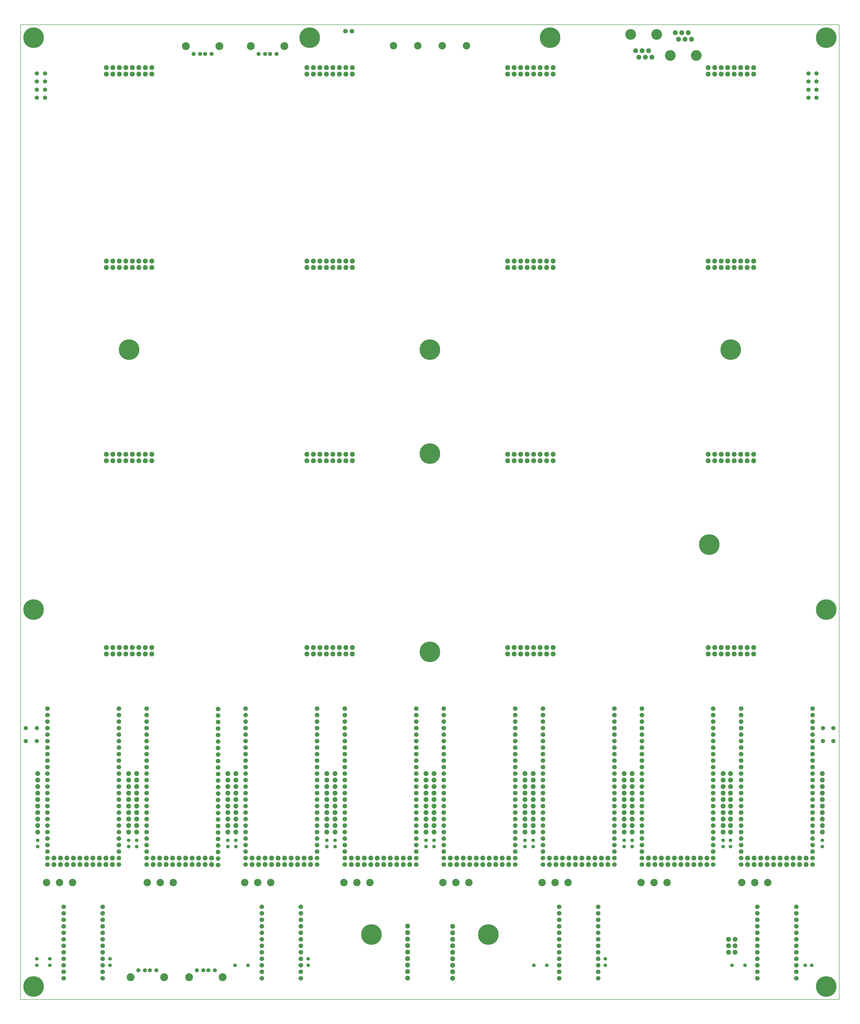
<source format=gbr>
G04 #@! TF.FileFunction,Soldermask,Top*
%FSLAX46Y46*%
G04 Gerber Fmt 4.6, Leading zero omitted, Abs format (unit mm)*
G04 Created by KiCad (PCBNEW 4.0.7) date Thursday, October 11, 2018 'PMt' 07:28:51 PM*
%MOMM*%
%LPD*%
G01*
G04 APERTURE LIST*
%ADD10C,0.100000*%
%ADD11C,0.150000*%
%ADD12C,1.900000*%
%ADD13C,4.200000*%
%ADD14C,1.924000*%
%ADD15C,1.600000*%
%ADD16C,3.100000*%
%ADD17C,1.797000*%
%ADD18C,1.400000*%
%ADD19C,8.020000*%
%ADD20C,2.900000*%
%ADD21C,1.670000*%
G04 APERTURE END LIST*
D10*
D11*
X345440000Y-16510000D02*
X345440000Y-397510000D01*
X25400000Y-16510000D02*
X25400000Y-397510000D01*
X25400000Y-397510000D02*
X345440000Y-397510000D01*
X25400000Y-16510000D02*
X345440000Y-16510000D01*
D12*
X148272500Y-332105000D03*
X148272500Y-329565000D03*
X148272500Y-327025000D03*
X148272500Y-324485000D03*
X148272500Y-321945000D03*
X148272500Y-319405000D03*
X148272500Y-316865000D03*
X148272500Y-314325000D03*
X148272500Y-311785000D03*
X148272500Y-309245000D03*
X145097500Y-332105000D03*
X145097500Y-329565000D03*
X145097500Y-327025000D03*
X145097500Y-324485000D03*
X145097500Y-321945000D03*
X145097500Y-319405000D03*
X145097500Y-316865000D03*
X145097500Y-314325000D03*
X145097500Y-311785000D03*
X145097500Y-309245000D03*
D13*
X279400000Y-28575000D03*
X289560000Y-28575000D03*
D14*
X285110000Y-22225000D03*
X287650000Y-22225000D03*
X283840000Y-19685000D03*
X286380000Y-19685000D03*
X282570000Y-22225000D03*
X281300000Y-19685000D03*
D15*
X94290000Y-386080000D03*
X96790000Y-386080000D03*
X98790000Y-386080000D03*
X101290000Y-386080000D03*
D16*
X104360000Y-388790000D03*
X91220000Y-388790000D03*
D14*
X304673000Y-379095000D03*
X302133000Y-379095000D03*
X304673000Y-376555000D03*
X302133000Y-376555000D03*
X304673000Y-374015000D03*
X302133000Y-374015000D03*
D17*
X154940000Y-19050000D03*
X152400000Y-19050000D03*
D18*
X60325000Y-384155000D03*
X60325000Y-381655000D03*
X137795000Y-384155000D03*
X137795000Y-381655000D03*
X254000000Y-384155000D03*
X254000000Y-381655000D03*
X332125000Y-384175000D03*
X334625000Y-384175000D03*
X32067500Y-337800000D03*
X32067500Y-335300000D03*
X67627500Y-337800000D03*
X67627500Y-335300000D03*
X109537500Y-337800000D03*
X109537500Y-335300000D03*
X145097500Y-337800000D03*
X145097500Y-335300000D03*
X148272500Y-337800000D03*
X148272500Y-335300000D03*
X183832500Y-337800000D03*
X183832500Y-335300000D03*
X187007500Y-337800000D03*
X187007500Y-335300000D03*
X222567500Y-337800000D03*
X222567500Y-335300000D03*
X225742500Y-337800000D03*
X225742500Y-335300000D03*
X261302500Y-337800000D03*
X261302500Y-335300000D03*
X264477500Y-337800000D03*
X264477500Y-335300000D03*
X300037500Y-337800000D03*
X300037500Y-335300000D03*
X302895000Y-337800000D03*
X302895000Y-335300000D03*
X338772500Y-337800000D03*
X338772500Y-335300000D03*
X70739000Y-337800000D03*
X70739000Y-335300000D03*
X106362500Y-337800000D03*
X106362500Y-335300000D03*
X36830000Y-384175000D03*
X31750000Y-384175000D03*
X231140000Y-384175000D03*
X226060000Y-384175000D03*
X308610000Y-384175000D03*
X303530000Y-384175000D03*
X114300000Y-384175000D03*
X109220000Y-384175000D03*
X36830000Y-381635000D03*
X31750000Y-381635000D03*
D14*
X76657200Y-35877500D03*
X74117200Y-35877500D03*
X71577200Y-35877500D03*
X69037200Y-35877500D03*
X66497200Y-35877500D03*
X63957200Y-35877500D03*
X61417200Y-35877500D03*
X76657200Y-33337500D03*
X74117200Y-33337500D03*
X71577200Y-33337500D03*
X69037200Y-33337500D03*
X66497200Y-33337500D03*
X63957200Y-33337500D03*
X58877200Y-33337500D03*
X61417200Y-33337500D03*
X58877200Y-35877500D03*
X155092400Y-35877500D03*
X152552400Y-35877500D03*
X150012400Y-35877500D03*
X147472400Y-35877500D03*
X144932400Y-35877500D03*
X142392400Y-35877500D03*
X139852400Y-35877500D03*
X155092400Y-33337500D03*
X152552400Y-33337500D03*
X150012400Y-33337500D03*
X147472400Y-33337500D03*
X144932400Y-33337500D03*
X142392400Y-33337500D03*
X137312400Y-33337500D03*
X139852400Y-33337500D03*
X137312400Y-35877500D03*
X311962800Y-35877500D03*
X309422800Y-35877500D03*
X306882800Y-35877500D03*
X304342800Y-35877500D03*
X301802800Y-35877500D03*
X299262800Y-35877500D03*
X296722800Y-35877500D03*
X311962800Y-33337500D03*
X309422800Y-33337500D03*
X306882800Y-33337500D03*
X304342800Y-33337500D03*
X301802800Y-33337500D03*
X299262800Y-33337500D03*
X294182800Y-33337500D03*
X296722800Y-33337500D03*
X294182800Y-35877500D03*
X76657200Y-111417100D03*
X74117200Y-111417100D03*
X71577200Y-111417100D03*
X69037200Y-111417100D03*
X66497200Y-111417100D03*
X63957200Y-111417100D03*
X61417200Y-111417100D03*
X76657200Y-108877100D03*
X74117200Y-108877100D03*
X71577200Y-108877100D03*
X69037200Y-108877100D03*
X66497200Y-108877100D03*
X63957200Y-108877100D03*
X58877200Y-108877100D03*
X61417200Y-108877100D03*
X58877200Y-111417100D03*
X155092400Y-111417100D03*
X152552400Y-111417100D03*
X150012400Y-111417100D03*
X147472400Y-111417100D03*
X144932400Y-111417100D03*
X142392400Y-111417100D03*
X139852400Y-111417100D03*
X155092400Y-108877100D03*
X152552400Y-108877100D03*
X150012400Y-108877100D03*
X147472400Y-108877100D03*
X144932400Y-108877100D03*
X142392400Y-108877100D03*
X137312400Y-108877100D03*
X139852400Y-108877100D03*
X137312400Y-111417100D03*
X311962800Y-111417100D03*
X309422800Y-111417100D03*
X306882800Y-111417100D03*
X304342800Y-111417100D03*
X301802800Y-111417100D03*
X299262800Y-111417100D03*
X296722800Y-111417100D03*
X311962800Y-108877100D03*
X309422800Y-108877100D03*
X306882800Y-108877100D03*
X304342800Y-108877100D03*
X301802800Y-108877100D03*
X299262800Y-108877100D03*
X294182800Y-108877100D03*
X296722800Y-108877100D03*
X294182800Y-111417100D03*
X76657200Y-186956700D03*
X74117200Y-186956700D03*
X71577200Y-186956700D03*
X69037200Y-186956700D03*
X66497200Y-186956700D03*
X63957200Y-186956700D03*
X61417200Y-186956700D03*
X76657200Y-184416700D03*
X74117200Y-184416700D03*
X71577200Y-184416700D03*
X69037200Y-184416700D03*
X66497200Y-184416700D03*
X63957200Y-184416700D03*
X58877200Y-184416700D03*
X61417200Y-184416700D03*
X58877200Y-186956700D03*
X155092400Y-186956700D03*
X152552400Y-186956700D03*
X150012400Y-186956700D03*
X147472400Y-186956700D03*
X144932400Y-186956700D03*
X142392400Y-186956700D03*
X139852400Y-186956700D03*
X155092400Y-184416700D03*
X152552400Y-184416700D03*
X150012400Y-184416700D03*
X147472400Y-184416700D03*
X144932400Y-184416700D03*
X142392400Y-184416700D03*
X137312400Y-184416700D03*
X139852400Y-184416700D03*
X137312400Y-186956700D03*
X76657200Y-262496300D03*
X74117200Y-262496300D03*
X71577200Y-262496300D03*
X69037200Y-262496300D03*
X66497200Y-262496300D03*
X63957200Y-262496300D03*
X61417200Y-262496300D03*
X76657200Y-259956300D03*
X74117200Y-259956300D03*
X71577200Y-259956300D03*
X69037200Y-259956300D03*
X66497200Y-259956300D03*
X63957200Y-259956300D03*
X58877200Y-259956300D03*
X61417200Y-259956300D03*
X58877200Y-262496300D03*
X155092400Y-262496300D03*
X152552400Y-262496300D03*
X150012400Y-262496300D03*
X147472400Y-262496300D03*
X144932400Y-262496300D03*
X142392400Y-262496300D03*
X139852400Y-262496300D03*
X155092400Y-259956300D03*
X152552400Y-259956300D03*
X150012400Y-259956300D03*
X147472400Y-259956300D03*
X144932400Y-259956300D03*
X142392400Y-259956300D03*
X137312400Y-259956300D03*
X139852400Y-259956300D03*
X137312400Y-262496300D03*
X233527600Y-262496300D03*
X230987600Y-262496300D03*
X228447600Y-262496300D03*
X225907600Y-262496300D03*
X223367600Y-262496300D03*
X220827600Y-262496300D03*
X218287600Y-262496300D03*
X233527600Y-259956300D03*
X230987600Y-259956300D03*
X228447600Y-259956300D03*
X225907600Y-259956300D03*
X223367600Y-259956300D03*
X220827600Y-259956300D03*
X215747600Y-259956300D03*
X218287600Y-259956300D03*
X215747600Y-262496300D03*
X311962800Y-262496300D03*
X309422800Y-262496300D03*
X306882800Y-262496300D03*
X304342800Y-262496300D03*
X301802800Y-262496300D03*
X299262800Y-262496300D03*
X296722800Y-262496300D03*
X311962800Y-259956300D03*
X309422800Y-259956300D03*
X306882800Y-259956300D03*
X304342800Y-259956300D03*
X301802800Y-259956300D03*
X299262800Y-259956300D03*
X294182800Y-259956300D03*
X296722800Y-259956300D03*
X294182800Y-262496300D03*
X233527600Y-35877500D03*
X230987600Y-35877500D03*
X228447600Y-35877500D03*
X225907600Y-35877500D03*
X223367600Y-35877500D03*
X220827600Y-35877500D03*
X218287600Y-35877500D03*
X233527600Y-33337500D03*
X230987600Y-33337500D03*
X228447600Y-33337500D03*
X225907600Y-33337500D03*
X223367600Y-33337500D03*
X220827600Y-33337500D03*
X215747600Y-33337500D03*
X218287600Y-33337500D03*
X215747600Y-35877500D03*
X233527600Y-111417100D03*
X230987600Y-111417100D03*
X228447600Y-111417100D03*
X225907600Y-111417100D03*
X223367600Y-111417100D03*
X220827600Y-111417100D03*
X218287600Y-111417100D03*
X233527600Y-108877100D03*
X230987600Y-108877100D03*
X228447600Y-108877100D03*
X225907600Y-108877100D03*
X223367600Y-108877100D03*
X220827600Y-108877100D03*
X215747600Y-108877100D03*
X218287600Y-108877100D03*
X215747600Y-111417100D03*
X233527600Y-186956700D03*
X230987600Y-186956700D03*
X228447600Y-186956700D03*
X225907600Y-186956700D03*
X223367600Y-186956700D03*
X220827600Y-186956700D03*
X218287600Y-186956700D03*
X233527600Y-184416700D03*
X230987600Y-184416700D03*
X228447600Y-184416700D03*
X225907600Y-184416700D03*
X223367600Y-184416700D03*
X220827600Y-184416700D03*
X215747600Y-184416700D03*
X218287600Y-184416700D03*
X215747600Y-186956700D03*
X311962800Y-186956700D03*
X309422800Y-186956700D03*
X306882800Y-186956700D03*
X304342800Y-186956700D03*
X301802800Y-186956700D03*
X299262800Y-186956700D03*
X296722800Y-186956700D03*
X311962800Y-184416700D03*
X309422800Y-184416700D03*
X306882800Y-184416700D03*
X304342800Y-184416700D03*
X301802800Y-184416700D03*
X299262800Y-184416700D03*
X294182800Y-184416700D03*
X296722800Y-184416700D03*
X294182800Y-186956700D03*
D19*
X30480000Y-21590000D03*
X138430000Y-21590000D03*
X232410000Y-21590000D03*
X67818000Y-143510000D03*
X185420000Y-143510000D03*
X303022000Y-143510000D03*
X185420000Y-184150000D03*
X294640000Y-219710000D03*
X30480000Y-245110000D03*
X340360000Y-245110000D03*
X185420000Y-261620000D03*
X162560000Y-372110000D03*
X208280000Y-372110000D03*
X30480000Y-392430000D03*
X340360000Y-392430000D03*
X340360000Y-21590000D03*
D20*
X199670000Y-24765000D03*
X190170000Y-24765000D03*
X180670000Y-24765000D03*
X171170000Y-24765000D03*
X317500000Y-351790000D03*
X312420000Y-351790000D03*
X307340000Y-351790000D03*
X278130000Y-351790000D03*
X273050000Y-351790000D03*
X267970000Y-351790000D03*
X239395000Y-351790000D03*
X234315000Y-351790000D03*
X229235000Y-351790000D03*
X200660000Y-351790000D03*
X195580000Y-351790000D03*
X190500000Y-351790000D03*
X161925000Y-351790000D03*
X156845000Y-351790000D03*
X151765000Y-351790000D03*
X123190000Y-351790000D03*
X118110000Y-351790000D03*
X113030000Y-351790000D03*
X85090000Y-351790000D03*
X80010000Y-351790000D03*
X74930000Y-351790000D03*
X45720000Y-351790000D03*
X40640000Y-351790000D03*
X35560000Y-351790000D03*
D15*
X100020000Y-27940000D03*
X97520000Y-27940000D03*
X95520000Y-27940000D03*
X93020000Y-27940000D03*
D16*
X89950000Y-24940000D03*
X103090000Y-24940000D03*
D15*
X71430000Y-386080000D03*
X73930000Y-386080000D03*
X75930000Y-386080000D03*
X78430000Y-386080000D03*
D16*
X81500000Y-388790000D03*
X68360000Y-388790000D03*
D15*
X125420000Y-27940000D03*
X122920000Y-27940000D03*
X120920000Y-27940000D03*
X118420000Y-27940000D03*
D16*
X115350000Y-24940000D03*
X128490000Y-24940000D03*
D21*
X339090000Y-296545000D03*
X343154000Y-296545000D03*
X339090000Y-291465000D03*
X343154000Y-291465000D03*
X31750000Y-296545000D03*
X31750000Y-291465000D03*
X27432000Y-296545000D03*
X27432000Y-291465000D03*
X31750000Y-35560000D03*
X34925000Y-35560000D03*
X31750000Y-38735000D03*
X34925000Y-38735000D03*
X31750000Y-41910000D03*
X34925000Y-41910000D03*
X31750000Y-45085000D03*
X34925000Y-45085000D03*
X333375000Y-35560000D03*
X336550000Y-35560000D03*
X333375000Y-38735000D03*
X336550000Y-38735000D03*
X333375000Y-41910000D03*
X336550000Y-41910000D03*
X333375000Y-45085000D03*
X336550000Y-45085000D03*
D17*
X119697500Y-361315000D03*
X119697500Y-363855000D03*
X119697500Y-366395000D03*
X119697500Y-368935000D03*
X119697500Y-371475000D03*
X119697500Y-374015000D03*
X119697500Y-376555000D03*
X119697500Y-381635000D03*
X119697500Y-384175000D03*
X119697500Y-386715000D03*
X119697500Y-389255000D03*
X119697500Y-379095000D03*
X134937500Y-379095000D03*
X134937500Y-389255000D03*
X134937500Y-386715000D03*
X134937500Y-384175000D03*
X134937500Y-381635000D03*
X134937500Y-376555000D03*
X134937500Y-374015000D03*
X134937500Y-371475000D03*
X134937500Y-368935000D03*
X134937500Y-366395000D03*
X134937500Y-363855000D03*
X134937500Y-361315000D03*
X313372500Y-361315000D03*
X313372500Y-363855000D03*
X313372500Y-366395000D03*
X313372500Y-368935000D03*
X313372500Y-371475000D03*
X313372500Y-374015000D03*
X313372500Y-376555000D03*
X313372500Y-381635000D03*
X313372500Y-384175000D03*
X313372500Y-386715000D03*
X313372500Y-389255000D03*
X313372500Y-379095000D03*
X328612500Y-379095000D03*
X328612500Y-389255000D03*
X328612500Y-386715000D03*
X328612500Y-384175000D03*
X328612500Y-381635000D03*
X328612500Y-376555000D03*
X328612500Y-374015000D03*
X328612500Y-371475000D03*
X328612500Y-368935000D03*
X328612500Y-366395000D03*
X328612500Y-363855000D03*
X328612500Y-361315000D03*
X235902500Y-361315000D03*
X235902500Y-363855000D03*
X235902500Y-366395000D03*
X235902500Y-368935000D03*
X235902500Y-371475000D03*
X235902500Y-374015000D03*
X235902500Y-376555000D03*
X235902500Y-381635000D03*
X235902500Y-384175000D03*
X235902500Y-386715000D03*
X235902500Y-389255000D03*
X235902500Y-379095000D03*
X251142500Y-379095000D03*
X251142500Y-389255000D03*
X251142500Y-386715000D03*
X251142500Y-384175000D03*
X251142500Y-381635000D03*
X251142500Y-376555000D03*
X251142500Y-374015000D03*
X251142500Y-371475000D03*
X251142500Y-368935000D03*
X251142500Y-366395000D03*
X251142500Y-363855000D03*
X251142500Y-361315000D03*
X42227500Y-361315000D03*
X42227500Y-363855000D03*
X42227500Y-366395000D03*
X42227500Y-368935000D03*
X42227500Y-371475000D03*
X42227500Y-374015000D03*
X42227500Y-376555000D03*
X42227500Y-381635000D03*
X42227500Y-384175000D03*
X42227500Y-386715000D03*
X42227500Y-389255000D03*
X42227500Y-379095000D03*
X57467500Y-379095000D03*
X57467500Y-389255000D03*
X57467500Y-386715000D03*
X57467500Y-384175000D03*
X57467500Y-381635000D03*
X57467500Y-376555000D03*
X57467500Y-374015000D03*
X57467500Y-371475000D03*
X57467500Y-368935000D03*
X57467500Y-366395000D03*
X57467500Y-363855000D03*
X57467500Y-361315000D03*
D14*
X265816000Y-26670000D03*
D13*
X274066000Y-20320000D03*
X263906000Y-20320000D03*
D14*
X268356000Y-26670000D03*
X270896000Y-26670000D03*
X267086000Y-29210000D03*
X269626000Y-29210000D03*
X272166000Y-29210000D03*
D12*
X32067500Y-332105000D03*
X32067500Y-329565000D03*
X32067500Y-327025000D03*
X32067500Y-324485000D03*
X32067500Y-321945000D03*
X32067500Y-319405000D03*
X32067500Y-316865000D03*
X32067500Y-314325000D03*
X32067500Y-311785000D03*
X32067500Y-309245000D03*
X67627500Y-332105000D03*
X67627500Y-329565000D03*
X67627500Y-327025000D03*
X67627500Y-324485000D03*
X67627500Y-321945000D03*
X67627500Y-319405000D03*
X67627500Y-316865000D03*
X67627500Y-314325000D03*
X67627500Y-311785000D03*
X67627500Y-309245000D03*
X70739000Y-332105000D03*
X70739000Y-329565000D03*
X70739000Y-327025000D03*
X70739000Y-324485000D03*
X70739000Y-321945000D03*
X70739000Y-319405000D03*
X70739000Y-316865000D03*
X70739000Y-314325000D03*
X70739000Y-311785000D03*
X70739000Y-309245000D03*
X106362500Y-332105000D03*
X106362500Y-329565000D03*
X106362500Y-327025000D03*
X106362500Y-324485000D03*
X106362500Y-321945000D03*
X106362500Y-319405000D03*
X106362500Y-316865000D03*
X106362500Y-314325000D03*
X106362500Y-311785000D03*
X106362500Y-309245000D03*
X109537500Y-332105000D03*
X109537500Y-329565000D03*
X109537500Y-327025000D03*
X109537500Y-324485000D03*
X109537500Y-321945000D03*
X109537500Y-319405000D03*
X109537500Y-316865000D03*
X109537500Y-314325000D03*
X109537500Y-311785000D03*
X109537500Y-309245000D03*
X183832500Y-332105000D03*
X183832500Y-329565000D03*
X183832500Y-327025000D03*
X183832500Y-324485000D03*
X183832500Y-321945000D03*
X183832500Y-319405000D03*
X183832500Y-316865000D03*
X183832500Y-314325000D03*
X183832500Y-311785000D03*
X183832500Y-309245000D03*
X187007500Y-332105000D03*
X187007500Y-329565000D03*
X187007500Y-327025000D03*
X187007500Y-324485000D03*
X187007500Y-321945000D03*
X187007500Y-319405000D03*
X187007500Y-316865000D03*
X187007500Y-314325000D03*
X187007500Y-311785000D03*
X187007500Y-309245000D03*
X222567500Y-332105000D03*
X222567500Y-329565000D03*
X222567500Y-327025000D03*
X222567500Y-324485000D03*
X222567500Y-321945000D03*
X222567500Y-319405000D03*
X222567500Y-316865000D03*
X222567500Y-314325000D03*
X222567500Y-311785000D03*
X222567500Y-309245000D03*
X225742500Y-332105000D03*
X225742500Y-329565000D03*
X225742500Y-327025000D03*
X225742500Y-324485000D03*
X225742500Y-321945000D03*
X225742500Y-319405000D03*
X225742500Y-316865000D03*
X225742500Y-314325000D03*
X225742500Y-311785000D03*
X225742500Y-309245000D03*
X261302500Y-332105000D03*
X261302500Y-329565000D03*
X261302500Y-327025000D03*
X261302500Y-324485000D03*
X261302500Y-321945000D03*
X261302500Y-319405000D03*
X261302500Y-316865000D03*
X261302500Y-314325000D03*
X261302500Y-311785000D03*
X261302500Y-309245000D03*
X264477500Y-332105000D03*
X264477500Y-329565000D03*
X264477500Y-327025000D03*
X264477500Y-324485000D03*
X264477500Y-321945000D03*
X264477500Y-319405000D03*
X264477500Y-316865000D03*
X264477500Y-314325000D03*
X264477500Y-311785000D03*
X264477500Y-309245000D03*
X300037500Y-332105000D03*
X300037500Y-329565000D03*
X300037500Y-327025000D03*
X300037500Y-324485000D03*
X300037500Y-321945000D03*
X300037500Y-319405000D03*
X300037500Y-316865000D03*
X300037500Y-314325000D03*
X300037500Y-311785000D03*
X300037500Y-309245000D03*
X302895000Y-332105000D03*
X302895000Y-329565000D03*
X302895000Y-327025000D03*
X302895000Y-324485000D03*
X302895000Y-321945000D03*
X302895000Y-319405000D03*
X302895000Y-316865000D03*
X302895000Y-314325000D03*
X302895000Y-311785000D03*
X302895000Y-309245000D03*
X338772500Y-332105000D03*
X338772500Y-329565000D03*
X338772500Y-327025000D03*
X338772500Y-324485000D03*
X338772500Y-321945000D03*
X338772500Y-319405000D03*
X338772500Y-316865000D03*
X338772500Y-314325000D03*
X338772500Y-311785000D03*
X338772500Y-309245000D03*
X38417500Y-344805000D03*
X40957500Y-344805000D03*
X43497500Y-344805000D03*
X46037500Y-344805000D03*
X48577500Y-344805000D03*
X51117500Y-344805000D03*
X53657500Y-344805000D03*
X56197500Y-344805000D03*
X58737500Y-344805000D03*
X61277500Y-344805000D03*
X77152500Y-344805000D03*
X79692500Y-344805000D03*
X82232500Y-344805000D03*
X84772500Y-344805000D03*
X87312500Y-344805000D03*
X89852500Y-344805000D03*
X92392500Y-344805000D03*
X94932500Y-344805000D03*
X97472500Y-344805000D03*
X100012500Y-344805000D03*
X115887500Y-344805000D03*
X118427500Y-344805000D03*
X120967500Y-344805000D03*
X123507500Y-344805000D03*
X126047500Y-344805000D03*
X128587500Y-344805000D03*
X131127500Y-344805000D03*
X133667500Y-344805000D03*
X136207500Y-344805000D03*
X138747500Y-344805000D03*
X154622500Y-344805000D03*
X157162500Y-344805000D03*
X159702500Y-344805000D03*
X162242500Y-344805000D03*
X164782500Y-344805000D03*
X167322500Y-344805000D03*
X169862500Y-344805000D03*
X172402500Y-344805000D03*
X174942500Y-344805000D03*
X177482500Y-344805000D03*
X193357500Y-344805000D03*
X195897500Y-344805000D03*
X198437500Y-344805000D03*
X200977500Y-344805000D03*
X203517500Y-344805000D03*
X206057500Y-344805000D03*
X208597500Y-344805000D03*
X211137500Y-344805000D03*
X213677500Y-344805000D03*
X216217500Y-344805000D03*
X232092500Y-344805000D03*
X234632500Y-344805000D03*
X237172500Y-344805000D03*
X239712500Y-344805000D03*
X242252500Y-344805000D03*
X244792500Y-344805000D03*
X247332500Y-344805000D03*
X249872500Y-344805000D03*
X252412500Y-344805000D03*
X254952500Y-344805000D03*
X270827500Y-344805000D03*
X273367500Y-344805000D03*
X275907500Y-344805000D03*
X278447500Y-344805000D03*
X280987500Y-344805000D03*
X283527500Y-344805000D03*
X286067500Y-344805000D03*
X288607500Y-344805000D03*
X291147500Y-344805000D03*
X293687500Y-344805000D03*
X309562500Y-344805000D03*
X312102500Y-344805000D03*
X314642500Y-344805000D03*
X317182500Y-344805000D03*
X319722500Y-344805000D03*
X322262500Y-344805000D03*
X324802500Y-344805000D03*
X327342500Y-344805000D03*
X329882500Y-344805000D03*
X332422500Y-344805000D03*
X38417500Y-342265000D03*
X40957500Y-342265000D03*
X43497500Y-342265000D03*
X46037500Y-342265000D03*
X48577500Y-342265000D03*
X51117500Y-342265000D03*
X53657500Y-342265000D03*
X56197500Y-342265000D03*
X58737500Y-342265000D03*
X61277500Y-342265000D03*
X77152500Y-342265000D03*
X79692500Y-342265000D03*
X82232500Y-342265000D03*
X84772500Y-342265000D03*
X87312500Y-342265000D03*
X89852500Y-342265000D03*
X92392500Y-342265000D03*
X94932500Y-342265000D03*
X97472500Y-342265000D03*
X100012500Y-342265000D03*
X115887500Y-342265000D03*
X118427500Y-342265000D03*
X120967500Y-342265000D03*
X123507500Y-342265000D03*
X126047500Y-342265000D03*
X128587500Y-342265000D03*
X131127500Y-342265000D03*
X133667500Y-342265000D03*
X136207500Y-342265000D03*
X138747500Y-342265000D03*
X154622500Y-342265000D03*
X157162500Y-342265000D03*
X159702500Y-342265000D03*
X162242500Y-342265000D03*
X164782500Y-342265000D03*
X167322500Y-342265000D03*
X169862500Y-342265000D03*
X172402500Y-342265000D03*
X174942500Y-342265000D03*
X177482500Y-342265000D03*
X193357500Y-342265000D03*
X195897500Y-342265000D03*
X198437500Y-342265000D03*
X200977500Y-342265000D03*
X203517500Y-342265000D03*
X206057500Y-342265000D03*
X208597500Y-342265000D03*
X211137500Y-342265000D03*
X213677500Y-342265000D03*
X216217500Y-342265000D03*
X232092500Y-342265000D03*
X234632500Y-342265000D03*
X237172500Y-342265000D03*
X239712500Y-342265000D03*
X242252500Y-342265000D03*
X244792500Y-342265000D03*
X247332500Y-342265000D03*
X249872500Y-342265000D03*
X252412500Y-342265000D03*
X254952500Y-342265000D03*
X270827500Y-342265000D03*
X273367500Y-342265000D03*
X275907500Y-342265000D03*
X278447500Y-342265000D03*
X280987500Y-342265000D03*
X283527500Y-342265000D03*
X286067500Y-342265000D03*
X288607500Y-342265000D03*
X291147500Y-342265000D03*
X293687500Y-342265000D03*
X309562500Y-342265000D03*
X312102500Y-342265000D03*
X314642500Y-342265000D03*
X317182500Y-342265000D03*
X319722500Y-342265000D03*
X322262500Y-342265000D03*
X324802500Y-342265000D03*
X327342500Y-342265000D03*
X329882500Y-342265000D03*
X332422500Y-342265000D03*
D17*
X35877500Y-283845000D03*
X35877500Y-286385000D03*
X35877500Y-283845000D03*
X35877500Y-286385000D03*
X35877500Y-288925000D03*
X35877500Y-291465000D03*
X35877500Y-294005000D03*
X35877500Y-296545000D03*
X35877500Y-299085000D03*
X35877500Y-301625000D03*
X35877500Y-304165000D03*
X35877500Y-306705000D03*
X35877500Y-309245000D03*
X35877500Y-311785000D03*
X35877500Y-314325000D03*
X35877500Y-316865000D03*
X35877500Y-319405000D03*
X35877500Y-321945000D03*
X35877500Y-324485000D03*
X35877500Y-327025000D03*
X35877500Y-329565000D03*
X35877500Y-332105000D03*
X35877500Y-334645000D03*
X35877500Y-337185000D03*
X35877500Y-339725000D03*
X35877500Y-342265000D03*
X35877500Y-344805000D03*
X63817500Y-286385000D03*
X63817500Y-283845000D03*
X63817500Y-283845000D03*
X63817500Y-286385000D03*
X63817500Y-288925000D03*
X63817500Y-291465000D03*
X63817500Y-294005000D03*
X63817500Y-296545000D03*
X63817500Y-299085000D03*
X63817500Y-301625000D03*
X63817500Y-304165000D03*
X63817500Y-306705000D03*
X63817500Y-309245000D03*
X63817500Y-311785000D03*
X63817500Y-314325000D03*
X63817500Y-316865000D03*
X63817500Y-319405000D03*
X63817500Y-321945000D03*
X63817500Y-324485000D03*
X63817500Y-327025000D03*
X63817500Y-329565000D03*
X63817500Y-332105000D03*
X63817500Y-334645000D03*
X63817500Y-337185000D03*
X63817500Y-339725000D03*
X63817500Y-342265000D03*
X63817500Y-344805000D03*
X74612500Y-283845000D03*
X74612500Y-286385000D03*
X74612500Y-283845000D03*
X74612500Y-286385000D03*
X74612500Y-288925000D03*
X74612500Y-291465000D03*
X74612500Y-294005000D03*
X74612500Y-296545000D03*
X74612500Y-299085000D03*
X74612500Y-301625000D03*
X74612500Y-304165000D03*
X74612500Y-306705000D03*
X74612500Y-309245000D03*
X74612500Y-311785000D03*
X74612500Y-314325000D03*
X74612500Y-316865000D03*
X74612500Y-319405000D03*
X74612500Y-321945000D03*
X74612500Y-324485000D03*
X74612500Y-327025000D03*
X74612500Y-329565000D03*
X74612500Y-332105000D03*
X74612500Y-334645000D03*
X74612500Y-337185000D03*
X74612500Y-339725000D03*
X74612500Y-342265000D03*
X74612500Y-344805000D03*
X102616000Y-286512000D03*
X102616000Y-283972000D03*
X102616000Y-283972000D03*
X102616000Y-286512000D03*
X102616000Y-289052000D03*
X102616000Y-291592000D03*
X102616000Y-294132000D03*
X102616000Y-296672000D03*
X102616000Y-299212000D03*
X102616000Y-301752000D03*
X102616000Y-304292000D03*
X102616000Y-306832000D03*
X102616000Y-309372000D03*
X102616000Y-311912000D03*
X102616000Y-314452000D03*
X102616000Y-316992000D03*
X102616000Y-319532000D03*
X102616000Y-322072000D03*
X102616000Y-324612000D03*
X102616000Y-327152000D03*
X102616000Y-329692000D03*
X102616000Y-332232000D03*
X102616000Y-334772000D03*
X102616000Y-337312000D03*
X102616000Y-339852000D03*
X102616000Y-342392000D03*
X102616000Y-344932000D03*
X113347500Y-283845000D03*
X113347500Y-286385000D03*
X113347500Y-283845000D03*
X113347500Y-286385000D03*
X113347500Y-288925000D03*
X113347500Y-291465000D03*
X113347500Y-294005000D03*
X113347500Y-296545000D03*
X113347500Y-299085000D03*
X113347500Y-301625000D03*
X113347500Y-304165000D03*
X113347500Y-306705000D03*
X113347500Y-309245000D03*
X113347500Y-311785000D03*
X113347500Y-314325000D03*
X113347500Y-316865000D03*
X113347500Y-319405000D03*
X113347500Y-321945000D03*
X113347500Y-324485000D03*
X113347500Y-327025000D03*
X113347500Y-329565000D03*
X113347500Y-332105000D03*
X113347500Y-334645000D03*
X113347500Y-337185000D03*
X113347500Y-339725000D03*
X113347500Y-342265000D03*
X113347500Y-344805000D03*
X141287500Y-286385000D03*
X141287500Y-283845000D03*
X141287500Y-283845000D03*
X141287500Y-286385000D03*
X141287500Y-288925000D03*
X141287500Y-291465000D03*
X141287500Y-294005000D03*
X141287500Y-296545000D03*
X141287500Y-299085000D03*
X141287500Y-301625000D03*
X141287500Y-304165000D03*
X141287500Y-306705000D03*
X141287500Y-309245000D03*
X141287500Y-311785000D03*
X141287500Y-314325000D03*
X141287500Y-316865000D03*
X141287500Y-319405000D03*
X141287500Y-321945000D03*
X141287500Y-324485000D03*
X141287500Y-327025000D03*
X141287500Y-329565000D03*
X141287500Y-332105000D03*
X141287500Y-334645000D03*
X141287500Y-337185000D03*
X141287500Y-339725000D03*
X141287500Y-342265000D03*
X141287500Y-344805000D03*
X152082500Y-283845000D03*
X152082500Y-286385000D03*
X152082500Y-283845000D03*
X152082500Y-286385000D03*
X152082500Y-288925000D03*
X152082500Y-291465000D03*
X152082500Y-294005000D03*
X152082500Y-296545000D03*
X152082500Y-299085000D03*
X152082500Y-301625000D03*
X152082500Y-304165000D03*
X152082500Y-306705000D03*
X152082500Y-309245000D03*
X152082500Y-311785000D03*
X152082500Y-314325000D03*
X152082500Y-316865000D03*
X152082500Y-319405000D03*
X152082500Y-321945000D03*
X152082500Y-324485000D03*
X152082500Y-327025000D03*
X152082500Y-329565000D03*
X152082500Y-332105000D03*
X152082500Y-334645000D03*
X152082500Y-337185000D03*
X152082500Y-339725000D03*
X152082500Y-342265000D03*
X152082500Y-344805000D03*
X180022500Y-286385000D03*
X180022500Y-283845000D03*
X180022500Y-283845000D03*
X180022500Y-286385000D03*
X180022500Y-288925000D03*
X180022500Y-291465000D03*
X180022500Y-294005000D03*
X180022500Y-296545000D03*
X180022500Y-299085000D03*
X180022500Y-301625000D03*
X180022500Y-304165000D03*
X180022500Y-306705000D03*
X180022500Y-309245000D03*
X180022500Y-311785000D03*
X180022500Y-314325000D03*
X180022500Y-316865000D03*
X180022500Y-319405000D03*
X180022500Y-321945000D03*
X180022500Y-324485000D03*
X180022500Y-327025000D03*
X180022500Y-329565000D03*
X180022500Y-332105000D03*
X180022500Y-334645000D03*
X180022500Y-337185000D03*
X180022500Y-339725000D03*
X180022500Y-342265000D03*
X180022500Y-344805000D03*
X190817500Y-283845000D03*
X190817500Y-286385000D03*
X190817500Y-283845000D03*
X190817500Y-286385000D03*
X190817500Y-288925000D03*
X190817500Y-291465000D03*
X190817500Y-294005000D03*
X190817500Y-296545000D03*
X190817500Y-299085000D03*
X190817500Y-301625000D03*
X190817500Y-304165000D03*
X190817500Y-306705000D03*
X190817500Y-309245000D03*
X190817500Y-311785000D03*
X190817500Y-314325000D03*
X190817500Y-316865000D03*
X190817500Y-319405000D03*
X190817500Y-321945000D03*
X190817500Y-324485000D03*
X190817500Y-327025000D03*
X190817500Y-329565000D03*
X190817500Y-332105000D03*
X190817500Y-334645000D03*
X190817500Y-337185000D03*
X190817500Y-339725000D03*
X190817500Y-342265000D03*
X190817500Y-344805000D03*
X218757500Y-286385000D03*
X218757500Y-283845000D03*
X218757500Y-283845000D03*
X218757500Y-286385000D03*
X218757500Y-288925000D03*
X218757500Y-291465000D03*
X218757500Y-294005000D03*
X218757500Y-296545000D03*
X218757500Y-299085000D03*
X218757500Y-301625000D03*
X218757500Y-304165000D03*
X218757500Y-306705000D03*
X218757500Y-309245000D03*
X218757500Y-311785000D03*
X218757500Y-314325000D03*
X218757500Y-316865000D03*
X218757500Y-319405000D03*
X218757500Y-321945000D03*
X218757500Y-324485000D03*
X218757500Y-327025000D03*
X218757500Y-329565000D03*
X218757500Y-332105000D03*
X218757500Y-334645000D03*
X218757500Y-337185000D03*
X218757500Y-339725000D03*
X218757500Y-342265000D03*
X218757500Y-344805000D03*
X229552500Y-283845000D03*
X229552500Y-286385000D03*
X229552500Y-283845000D03*
X229552500Y-286385000D03*
X229552500Y-288925000D03*
X229552500Y-291465000D03*
X229552500Y-294005000D03*
X229552500Y-296545000D03*
X229552500Y-299085000D03*
X229552500Y-301625000D03*
X229552500Y-304165000D03*
X229552500Y-306705000D03*
X229552500Y-309245000D03*
X229552500Y-311785000D03*
X229552500Y-314325000D03*
X229552500Y-316865000D03*
X229552500Y-319405000D03*
X229552500Y-321945000D03*
X229552500Y-324485000D03*
X229552500Y-327025000D03*
X229552500Y-329565000D03*
X229552500Y-332105000D03*
X229552500Y-334645000D03*
X229552500Y-337185000D03*
X229552500Y-339725000D03*
X229552500Y-342265000D03*
X229552500Y-344805000D03*
X257492500Y-286385000D03*
X257492500Y-283845000D03*
X257492500Y-283845000D03*
X257492500Y-286385000D03*
X257492500Y-288925000D03*
X257492500Y-291465000D03*
X257492500Y-294005000D03*
X257492500Y-296545000D03*
X257492500Y-299085000D03*
X257492500Y-301625000D03*
X257492500Y-304165000D03*
X257492500Y-306705000D03*
X257492500Y-309245000D03*
X257492500Y-311785000D03*
X257492500Y-314325000D03*
X257492500Y-316865000D03*
X257492500Y-319405000D03*
X257492500Y-321945000D03*
X257492500Y-324485000D03*
X257492500Y-327025000D03*
X257492500Y-329565000D03*
X257492500Y-332105000D03*
X257492500Y-334645000D03*
X257492500Y-337185000D03*
X257492500Y-339725000D03*
X257492500Y-342265000D03*
X257492500Y-344805000D03*
X268287500Y-283845000D03*
X268287500Y-286385000D03*
X268287500Y-283845000D03*
X268287500Y-286385000D03*
X268287500Y-288925000D03*
X268287500Y-291465000D03*
X268287500Y-294005000D03*
X268287500Y-296545000D03*
X268287500Y-299085000D03*
X268287500Y-301625000D03*
X268287500Y-304165000D03*
X268287500Y-306705000D03*
X268287500Y-309245000D03*
X268287500Y-311785000D03*
X268287500Y-314325000D03*
X268287500Y-316865000D03*
X268287500Y-319405000D03*
X268287500Y-321945000D03*
X268287500Y-324485000D03*
X268287500Y-327025000D03*
X268287500Y-329565000D03*
X268287500Y-332105000D03*
X268287500Y-334645000D03*
X268287500Y-337185000D03*
X268287500Y-339725000D03*
X268287500Y-342265000D03*
X268287500Y-344805000D03*
X296164000Y-286385000D03*
X296164000Y-283845000D03*
X296164000Y-283845000D03*
X296164000Y-286385000D03*
X296164000Y-288925000D03*
X296164000Y-291465000D03*
X296164000Y-294005000D03*
X296164000Y-296545000D03*
X296164000Y-299085000D03*
X296164000Y-301625000D03*
X296164000Y-304165000D03*
X296164000Y-306705000D03*
X296164000Y-309245000D03*
X296164000Y-311785000D03*
X296164000Y-314325000D03*
X296164000Y-316865000D03*
X296164000Y-319405000D03*
X296164000Y-321945000D03*
X296164000Y-324485000D03*
X296164000Y-327025000D03*
X296164000Y-329565000D03*
X296164000Y-332105000D03*
X296164000Y-334645000D03*
X296164000Y-337185000D03*
X296164000Y-339725000D03*
X296164000Y-342265000D03*
X296164000Y-344805000D03*
X307022500Y-283845000D03*
X307022500Y-286385000D03*
X307022500Y-283845000D03*
X307022500Y-286385000D03*
X307022500Y-288925000D03*
X307022500Y-291465000D03*
X307022500Y-294005000D03*
X307022500Y-296545000D03*
X307022500Y-299085000D03*
X307022500Y-301625000D03*
X307022500Y-304165000D03*
X307022500Y-306705000D03*
X307022500Y-309245000D03*
X307022500Y-311785000D03*
X307022500Y-314325000D03*
X307022500Y-316865000D03*
X307022500Y-319405000D03*
X307022500Y-321945000D03*
X307022500Y-324485000D03*
X307022500Y-327025000D03*
X307022500Y-329565000D03*
X307022500Y-332105000D03*
X307022500Y-334645000D03*
X307022500Y-337185000D03*
X307022500Y-339725000D03*
X307022500Y-342265000D03*
X307022500Y-344805000D03*
X334962500Y-286385000D03*
X334962500Y-283845000D03*
X334962500Y-283845000D03*
X334962500Y-286385000D03*
X334962500Y-288925000D03*
X334962500Y-291465000D03*
X334962500Y-294005000D03*
X334962500Y-296545000D03*
X334962500Y-299085000D03*
X334962500Y-301625000D03*
X334962500Y-304165000D03*
X334962500Y-306705000D03*
X334962500Y-309245000D03*
X334962500Y-311785000D03*
X334962500Y-314325000D03*
X334962500Y-316865000D03*
X334962500Y-319405000D03*
X334962500Y-321945000D03*
X334962500Y-324485000D03*
X334962500Y-327025000D03*
X334962500Y-329565000D03*
X334962500Y-332105000D03*
X334962500Y-334645000D03*
X334962500Y-337185000D03*
X334962500Y-339725000D03*
X334962500Y-342265000D03*
X334962500Y-344805000D03*
D14*
X176664913Y-368867105D03*
X176664913Y-371407105D03*
X176664913Y-373947105D03*
X176664913Y-376487105D03*
X176664913Y-379027105D03*
X176664913Y-381567105D03*
X176664913Y-384107105D03*
X176664913Y-386647105D03*
X176664913Y-389187105D03*
X194310000Y-368935000D03*
X194310000Y-371475000D03*
X194310000Y-374015000D03*
X194310000Y-376555000D03*
X194310000Y-379095000D03*
X194310000Y-381635000D03*
X194310000Y-384175000D03*
X194310000Y-386715000D03*
X194310000Y-389255000D03*
M02*

</source>
